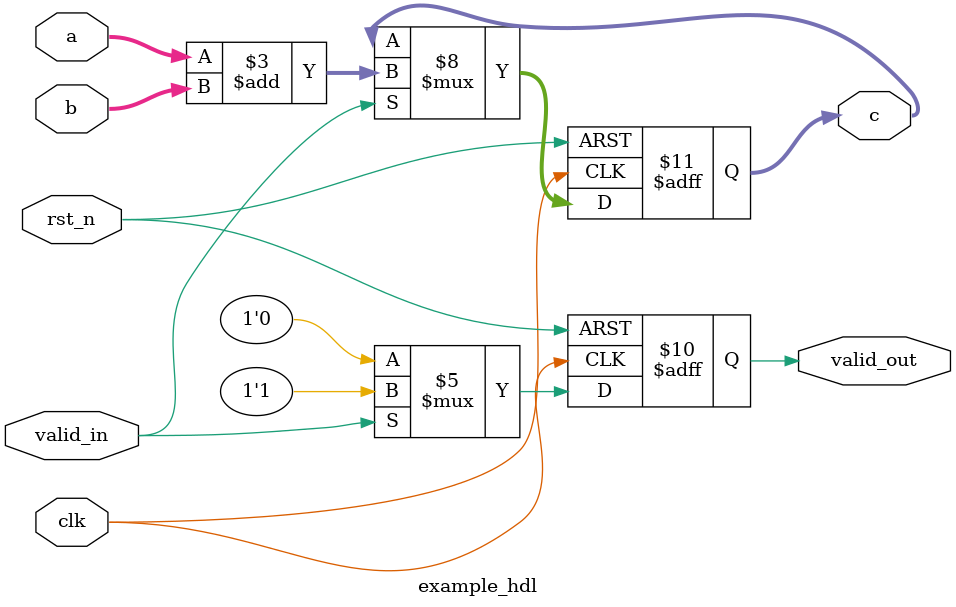
<source format=sv>
module example_hdl(
    input  logic       clk,
    input  logic       rst_n,
    input  logic       valid_in,
    input  logic[7:0]  a,
    input  logic[7:0]  b,
    output logic       valid_out,
    output logic[8:0]  c
);

    always @(posedge clk or negedge rst_n) begin
        if (!rst_n) begin
            valid_out <= 1'b0;
            c         <= '0;
        end
        else begin
            if (valid_in) begin
                valid_out <= 1'b1;
                c         <= a + b;
            end
            else begin
                valid_out <= 1'b0;
            end
        end
    end

endmodule : example_hdl

</source>
